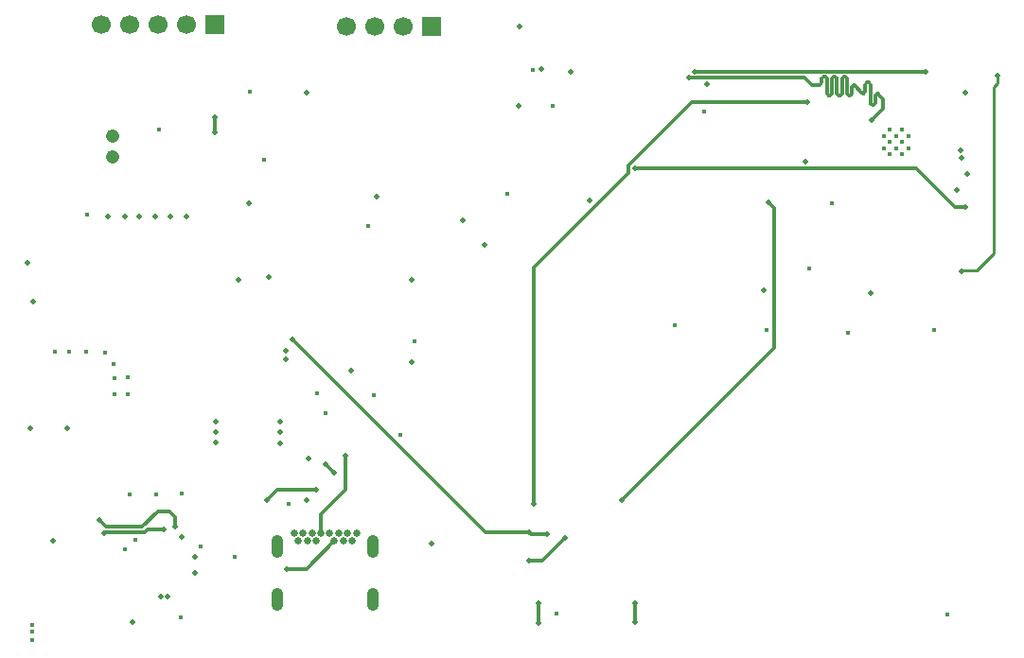
<source format=gbr>
%TF.GenerationSoftware,KiCad,Pcbnew,9.0.4*%
%TF.CreationDate,2025-12-21T22:50:03+05:30*%
%TF.ProjectId,ESP-32 C3 demo project004,4553502d-3332-4204-9333-2064656d6f20,rev?*%
%TF.SameCoordinates,Original*%
%TF.FileFunction,Copper,L4,Bot*%
%TF.FilePolarity,Positive*%
%FSLAX46Y46*%
G04 Gerber Fmt 4.6, Leading zero omitted, Abs format (unit mm)*
G04 Created by KiCad (PCBNEW 9.0.4) date 2025-12-21 22:50:03*
%MOMM*%
%LPD*%
G01*
G04 APERTURE LIST*
%TA.AperFunction,ComponentPad*%
%ADD10O,1.050000X2.100000*%
%TD*%
%TA.AperFunction,ComponentPad*%
%ADD11C,0.650000*%
%TD*%
%TA.AperFunction,ComponentPad*%
%ADD12C,0.400000*%
%TD*%
%TA.AperFunction,ComponentPad*%
%ADD13C,1.208000*%
%TD*%
%TA.AperFunction,ComponentPad*%
%ADD14R,1.700000X1.700000*%
%TD*%
%TA.AperFunction,ComponentPad*%
%ADD15C,1.700000*%
%TD*%
%TA.AperFunction,ViaPad*%
%ADD16C,0.450000*%
%TD*%
%TA.AperFunction,ViaPad*%
%ADD17C,0.500000*%
%TD*%
%TA.AperFunction,Conductor*%
%ADD18C,0.300000*%
%TD*%
%TA.AperFunction,Conductor*%
%ADD19C,0.250000*%
%TD*%
G04 APERTURE END LIST*
D10*
%TO.P,J1,S4,GND/SHIELD*%
%TO.N,GND*%
X175974000Y-96012000D03*
%TO.P,J1,S3,GND/SHIELD*%
X167434000Y-96012000D03*
%TO.P,J1,S2,GND/SHIELD*%
X175974000Y-91282000D03*
%TO.P,J1,S1,GND/SHIELD*%
X167434000Y-91282000D03*
D11*
%TO.P,J1,G2,GND/SHIELD*%
X169704000Y-90132000D03*
%TO.P,J1,G1,GND/SHIELD*%
X173704000Y-90132000D03*
%TO.P,J1,B12,GNDB2*%
X168904000Y-90132000D03*
%TO.P,J1,B11,SSRXP1*%
%TO.N,unconnected-(J1-SSRXP1-PadB11)*%
X169304000Y-90842000D03*
%TO.P,J1,B10,SSRXN1*%
%TO.N,unconnected-(J1-SSRXN1-PadB10)*%
X170104000Y-90842000D03*
%TO.P,J1,B9,VBUSB2*%
%TO.N,/VBUS*%
X170504000Y-90132000D03*
%TO.P,J1,B8,SBU2*%
%TO.N,unconnected-(J1-SBU2-PadB8)*%
X170904000Y-90842000D03*
%TO.P,J1,B7,DN2*%
%TO.N,/USB_DN*%
X171304000Y-90132000D03*
%TO.P,J1,B6,DP2*%
%TO.N,/USB_DP*%
X172104000Y-90132000D03*
%TO.P,J1,B5,CC2*%
%TO.N,Net-(J1-CC2)*%
X172504000Y-90842000D03*
%TO.P,J1,B4,VBUSB1*%
%TO.N,/VBUS*%
X172904000Y-90132000D03*
%TO.P,J1,B3,SSTXN2*%
%TO.N,unconnected-(J1-SSTXN2-PadB3)*%
X173304000Y-90842000D03*
%TO.P,J1,B2,SSTXP2*%
%TO.N,unconnected-(J1-SSTXP2-PadB2)*%
X174104000Y-90842000D03*
%TO.P,J1,B1,GNDB1*%
%TO.N,GND*%
X174504000Y-90132000D03*
%TD*%
D12*
%TO.P,U3,28,GND*%
%TO.N,GND*%
X222210000Y-53990500D03*
%TO.P,U3,29,GND*%
X223310000Y-53990500D03*
%TO.P,U3,30,GND*%
X221660000Y-54540500D03*
%TO.P,U3,31,GND*%
X222760000Y-54540500D03*
%TO.P,U3,32,GND*%
X223860000Y-54540500D03*
%TO.P,U3,33,GND*%
X222210000Y-55090500D03*
%TO.P,U3,34,GND*%
X223310000Y-55090500D03*
%TO.P,U3,35,GND*%
X221660000Y-55640500D03*
%TO.P,U3,36,GND*%
X222760000Y-55640500D03*
%TO.P,U3,37,GND*%
X223860000Y-55640500D03*
%TO.P,U3,38,GND*%
X222210000Y-56190500D03*
%TO.P,U3,39,GND*%
X223310000Y-56190500D03*
%TD*%
D13*
%TO.P,MK1,GND*%
%TO.N,GND*%
X152638000Y-54549000D03*
%TO.P,MK1,OUT*%
%TO.N,Net-(C17-Pad2)*%
X152638000Y-56449000D03*
%TD*%
D14*
%TO.P,J4,1,Pin_1*%
%TO.N,+3.3V*%
X181210000Y-44720000D03*
D15*
%TO.P,J4,2,Pin_2*%
%TO.N,/ESP32-C3-02/SDA*%
X178670000Y-44720000D03*
%TO.P,J4,3,Pin_3*%
%TO.N,/ESP32-C3-02/SCL*%
X176130000Y-44720000D03*
%TO.P,J4,4,Pin_4*%
%TO.N,GND*%
X173590000Y-44720000D03*
%TD*%
D14*
%TO.P,J5,1,Pin_1*%
%TO.N,+3.3V*%
X161840000Y-44580000D03*
D15*
%TO.P,J5,2,Pin_2*%
%TO.N,/ESP32-C3-02/GPIO8*%
X159300000Y-44580000D03*
%TO.P,J5,3,Pin_3*%
%TO.N,/ESP32-C3-02/GPIO18*%
X156760000Y-44580000D03*
%TO.P,J5,4,Pin_4*%
%TO.N,/ESP32-C3-02/GPIO19*%
X154220000Y-44580000D03*
%TO.P,J5,5,Pin_5*%
%TO.N,GND*%
X151680000Y-44580000D03*
%TD*%
D16*
%TO.N,GND*%
X187960000Y-59690000D03*
X166243000Y-56642000D03*
X171701716Y-79359852D03*
X170929000Y-77597000D03*
X176022000Y-77724000D03*
X179705000Y-72898000D03*
X156845000Y-53975000D03*
X226187000Y-71882000D03*
X217043000Y-60569000D03*
X215011000Y-66420500D03*
X205613000Y-52324000D03*
X202946000Y-71501000D03*
X211201000Y-71882000D03*
X218440000Y-72136000D03*
X192405000Y-97340000D03*
X227330000Y-97409000D03*
X190246000Y-48641000D03*
X192024000Y-51816000D03*
X164973000Y-50546000D03*
X175514000Y-62611000D03*
X153797000Y-91567000D03*
X163576000Y-92202000D03*
X168402000Y-87503000D03*
X178435000Y-81280000D03*
X150368000Y-61595000D03*
X158877000Y-86567500D03*
X156591000Y-86637500D03*
X154178000Y-86637500D03*
X158750000Y-97663000D03*
X160528000Y-91313000D03*
X154000000Y-76180000D03*
X154000000Y-77700000D03*
X152810000Y-77700000D03*
X152810000Y-76200000D03*
X152760000Y-74960000D03*
X152019000Y-73914000D03*
X150290000Y-73840000D03*
X148770000Y-73860000D03*
X147470000Y-73840000D03*
X154700000Y-90710000D03*
X145440000Y-99670000D03*
X145450000Y-98970000D03*
X145450000Y-98310000D03*
D17*
%TO.N,/ESP32-C3-02/TX_RX*%
X228201396Y-59418396D03*
%TO.N,/ESP32-C3-02/RX_TX*%
X229108000Y-57912000D03*
X168148000Y-73787000D03*
%TO.N,/ESP32-C3-02/TX_RX*%
X168148000Y-74518000D03*
%TO.N,/ESP32-C3-02/PHOTO_C*%
X228981000Y-50673000D03*
X184023000Y-62103000D03*
%TO.N,Net-(C19-Pad2)*%
X161798000Y-52909000D03*
X161798000Y-54229000D03*
%TO.N,/ESP32-C3-02/GPIO19*%
X228536262Y-55813882D03*
%TO.N,/ESP32-C3-02/GPIO18*%
X228600000Y-56515000D03*
%TO.N,/ESP32-C3-02/GPIO8*%
X214630000Y-56854000D03*
%TO.N,/ESP32-C3-02/EN*%
X190373000Y-87503000D03*
X214817409Y-51501591D03*
%TO.N,/ESP32-C3-02/RTS*%
X168783000Y-72771000D03*
%TO.N,/VBUS*%
X172509535Y-84714535D03*
%TO.N,+3.3V*%
X173990000Y-75565000D03*
X179451000Y-74803000D03*
%TO.N,/ESP32-C3-02/BOOT*%
X211328000Y-60452000D03*
X198247000Y-87122000D03*
%TO.N,/ESP32-C3-02/DTR*%
X193167000Y-90551000D03*
X189900000Y-92583000D03*
%TO.N,/ESP32-C3-02/RTS*%
X191516000Y-90170000D03*
X189950000Y-90043000D03*
%TO.N,/ESP32-C3-02/BOOT*%
X199390000Y-98044000D03*
X199390000Y-96393000D03*
%TO.N,/ESP32-C3-02/EN*%
X190754000Y-98171000D03*
X190754000Y-96393000D03*
%TO.N,Net-(J1-CC1)*%
X170900000Y-86231472D03*
X166497000Y-87122000D03*
%TO.N,Net-(J1-CC2)*%
X168275000Y-93345000D03*
%TO.N,/CHARGING*%
X158877000Y-90424000D03*
X147320000Y-90805000D03*
%TO.N,/CHARGED*%
X157226000Y-89789000D03*
X151927000Y-90124814D03*
%TO.N,/CHARGING_POWER_GOOD*%
X158242258Y-89531183D03*
X151494911Y-88916089D03*
%TO.N,+3.3V*%
X205867000Y-49918000D03*
X220472000Y-68580000D03*
X210947000Y-68326000D03*
X181229000Y-91059000D03*
X185928000Y-64262000D03*
X195326000Y-60325000D03*
X176276000Y-59944000D03*
X193675000Y-48768000D03*
X191008000Y-48514000D03*
X189103000Y-44704000D03*
X188976000Y-51816000D03*
X164846000Y-60579000D03*
X170053000Y-50673000D03*
%TO.N,/USB_DP*%
X170180000Y-83439000D03*
%TO.N,/USB_DN*%
X173482000Y-83185000D03*
%TO.N,/VBUS*%
X170053000Y-87122000D03*
X171704000Y-83947000D03*
%TO.N,+3.3V*%
X179451000Y-67437000D03*
X166624000Y-67183000D03*
X163957000Y-67437000D03*
X145034000Y-65913000D03*
X145542000Y-69342000D03*
%TO.N,/+5V_USB*%
X148590000Y-80720000D03*
X145288000Y-80720000D03*
X160020000Y-93664003D03*
X160020000Y-92263997D03*
X157622003Y-95758000D03*
X156972000Y-95758000D03*
X154432000Y-98044000D03*
%TO.N,/VBUS*%
X167671000Y-82042000D03*
X167671000Y-81026000D03*
X167671000Y-80137000D03*
%TO.N,/ESP32-C3-02/CS*%
X228981000Y-60890500D03*
X199390000Y-57404000D03*
%TO.N,/ESP32-C3-02/CS_SD*%
X228600000Y-66675000D03*
X231809631Y-49114369D03*
%TO.N,/ESP32-C3-02/SDA*%
X220599000Y-53161250D03*
X204203998Y-49318000D03*
%TO.N,/ESP32-C3-02/SCL*%
X225425000Y-48768000D03*
X204724000Y-48768000D03*
%TO.N,+3.3V*%
X152273000Y-61722000D03*
X153797000Y-61722000D03*
X159258000Y-61722000D03*
X157861000Y-61722000D03*
X156464000Y-61722000D03*
X155067000Y-61722000D03*
%TO.N,/+5V_USB*%
X161927000Y-82036000D03*
X161907000Y-81076000D03*
X161897000Y-80146000D03*
%TD*%
D18*
%TO.N,/ESP32-C3-02/CS*%
X228022500Y-60890500D02*
X224536000Y-57404000D01*
X228981000Y-60890500D02*
X228022500Y-60890500D01*
X224536000Y-57404000D02*
X199390000Y-57404000D01*
%TO.N,Net-(C19-Pad2)*%
X161798000Y-54229000D02*
X161798000Y-52909000D01*
%TO.N,/ESP32-C3-02/EN*%
X204513177Y-51501591D02*
X214817409Y-51501591D01*
X190373000Y-66294000D02*
X198839000Y-57828000D01*
X190373000Y-87503000D02*
X190373000Y-66294000D01*
X198839000Y-57175768D02*
X204513177Y-51501591D01*
X198839000Y-57828000D02*
X198839000Y-57175768D01*
%TO.N,/ESP32-C3-02/RTS*%
X186055000Y-90043000D02*
X189950000Y-90043000D01*
X168783000Y-72771000D02*
X186055000Y-90043000D01*
%TO.N,/VBUS*%
X171742000Y-83947000D02*
X172509535Y-84714535D01*
X171704000Y-83947000D02*
X171742000Y-83947000D01*
%TO.N,/ESP32-C3-02/BOOT*%
X211836000Y-60960000D02*
X211328000Y-60452000D01*
X211836000Y-73533000D02*
X211836000Y-60960000D01*
X198247000Y-87122000D02*
X211836000Y-73533000D01*
%TO.N,/ESP32-C3-02/DTR*%
X191135000Y-92583000D02*
X189900000Y-92583000D01*
X193167000Y-90551000D02*
X191135000Y-92583000D01*
%TO.N,/ESP32-C3-02/RTS*%
X191643000Y-90170000D02*
X191516000Y-90170000D01*
X190077000Y-90170000D02*
X191643000Y-90170000D01*
X189950000Y-90043000D02*
X190077000Y-90170000D01*
%TO.N,/ESP32-C3-02/BOOT*%
X199390000Y-98044000D02*
X199390000Y-96393000D01*
%TO.N,/ESP32-C3-02/EN*%
X190754000Y-98171000D02*
X190754000Y-96393000D01*
%TO.N,Net-(J1-CC1)*%
X170900000Y-86231472D02*
X167387528Y-86231472D01*
X167387528Y-86231472D02*
X166497000Y-87122000D01*
%TO.N,Net-(J1-CC2)*%
X170001000Y-93345000D02*
X172504000Y-90842000D01*
X168275000Y-93345000D02*
X170001000Y-93345000D01*
%TO.N,/CHARGED*%
X152027000Y-90024814D02*
X151927000Y-90124814D01*
X155539707Y-90024814D02*
X152027000Y-90024814D01*
X155775521Y-89789000D02*
X155539707Y-90024814D01*
X157226000Y-89789000D02*
X155775521Y-89789000D01*
%TO.N,/CHARGING_POWER_GOOD*%
X158242000Y-89530925D02*
X158242258Y-89531183D01*
X157734000Y-88138000D02*
X158242000Y-88646000D01*
X158242000Y-88646000D02*
X158242000Y-89530925D01*
X156718000Y-88138000D02*
X157734000Y-88138000D01*
X152102636Y-89523814D02*
X155332186Y-89523814D01*
X155332186Y-89523814D02*
X156718000Y-88138000D01*
X151494911Y-88916089D02*
X152102636Y-89523814D01*
%TO.N,/USB_DN*%
X173482000Y-86233000D02*
X173482000Y-83185000D01*
X171323000Y-88392000D02*
X173482000Y-86233000D01*
X171304000Y-90132000D02*
X171304000Y-88411000D01*
X171304000Y-88411000D02*
X171323000Y-88392000D01*
D19*
%TO.N,/ESP32-C3-02/CS_SD*%
X228727000Y-66548000D02*
X228600000Y-66675000D01*
X231521000Y-65024000D02*
X229997000Y-66548000D01*
X231521000Y-50135738D02*
X231521000Y-65024000D01*
X231809631Y-49847107D02*
X231521000Y-50135738D01*
X231809631Y-49114369D02*
X231809631Y-49847107D01*
X229997000Y-66548000D02*
X228727000Y-66548000D01*
D18*
%TO.N,/ESP32-C3-02/SDA*%
X221615000Y-52145250D02*
X220599000Y-53161250D01*
X221615000Y-51228000D02*
X221615000Y-52145250D01*
X221187000Y-50800000D02*
X221615000Y-51228000D01*
X219599125Y-50546000D02*
X219599124Y-50545999D01*
X219837000Y-50783875D02*
X219599125Y-50546000D01*
X219245571Y-50192446D02*
X219599124Y-50545999D01*
X220467000Y-49953875D02*
X220467000Y-50603875D01*
X221097000Y-50783875D02*
X221187000Y-50783875D01*
X220917000Y-51613875D02*
X220917000Y-50963875D01*
X220647000Y-51793875D02*
X220737000Y-51793875D01*
X220467000Y-50963875D02*
X220467000Y-51613875D01*
X220467000Y-50603875D02*
X220467000Y-50963875D01*
X220017000Y-50603875D02*
X220017000Y-49953875D01*
X220197000Y-49773875D02*
X220287000Y-49773875D01*
X220287000Y-49773875D02*
G75*
G02*
X220467025Y-49953875I0J-180025D01*
G01*
X220917000Y-50963875D02*
G75*
G02*
X221097000Y-50783900I180000J-25D01*
G01*
X220737000Y-51793875D02*
G75*
G03*
X220916975Y-51613875I0J179975D01*
G01*
X220467000Y-51613875D02*
G75*
G03*
X220647000Y-51793900I180000J-25D01*
G01*
X220017000Y-49953875D02*
G75*
G02*
X220197000Y-49773900I180000J-25D01*
G01*
X219837000Y-50783875D02*
G75*
G03*
X220016975Y-50603875I0J179975D01*
G01*
X217752500Y-50959375D02*
X217662500Y-50959375D01*
X218652500Y-50959375D02*
X218562500Y-50959375D01*
X217302500Y-49209375D02*
X217212500Y-49209375D01*
X218832500Y-50139375D02*
X218832500Y-50779375D01*
X219245571Y-50192446D02*
X219012500Y-49959375D01*
X216582500Y-50779375D02*
X216582500Y-49959375D01*
X217032500Y-49959375D02*
X217032500Y-50779375D01*
X215862500Y-49959375D02*
X215265000Y-49959375D01*
X217032500Y-49389375D02*
X217032500Y-49959375D01*
X216402500Y-49209375D02*
X216312500Y-49209375D01*
X218202500Y-49209375D02*
X218112500Y-49209375D01*
X216582500Y-49779375D02*
X216582500Y-49389375D01*
X216132500Y-49389375D02*
X216132500Y-49779375D01*
X216582500Y-49959375D02*
X216582500Y-49779375D01*
X214607500Y-49318000D02*
X204203998Y-49318000D01*
X217482500Y-50779375D02*
X217482500Y-49959375D01*
X217932500Y-49389375D02*
X217932500Y-49959375D01*
X218382500Y-49959375D02*
X218382500Y-49389375D01*
X215952500Y-49959375D02*
X215862500Y-49959375D01*
X216852500Y-50959375D02*
X216762500Y-50959375D01*
X217932500Y-49959375D02*
X217932500Y-50779375D01*
X218382500Y-50779375D02*
X218382500Y-50139375D01*
X218382500Y-50139375D02*
X218382500Y-49959375D01*
X217482500Y-49959375D02*
X217482500Y-49389375D01*
X215265000Y-49975500D02*
X214607500Y-49318000D01*
X217482500Y-49389375D02*
G75*
G03*
X217302500Y-49209400I-180000J-25D01*
G01*
X218562500Y-50959375D02*
G75*
G02*
X218382525Y-50779375I0J179975D01*
G01*
X217932500Y-50779375D02*
G75*
G02*
X217752500Y-50959400I-180000J-25D01*
G01*
X216582500Y-49389375D02*
G75*
G03*
X216402500Y-49209400I-180000J-25D01*
G01*
X216132500Y-49779375D02*
G75*
G02*
X215952500Y-49959400I-180000J-25D01*
G01*
X216312500Y-49209375D02*
G75*
G03*
X216132475Y-49389375I0J-180025D01*
G01*
X218832500Y-50779375D02*
G75*
G02*
X218652500Y-50959400I-180000J-25D01*
G01*
X219012500Y-49959375D02*
G75*
G03*
X218832475Y-50139375I0J-180025D01*
G01*
X218382500Y-49389375D02*
G75*
G03*
X218202500Y-49209400I-180000J-25D01*
G01*
X218112500Y-49209375D02*
G75*
G03*
X217932475Y-49389375I0J-180025D01*
G01*
X217032500Y-50779375D02*
G75*
G02*
X216852500Y-50959400I-180000J-25D01*
G01*
X217662500Y-50959375D02*
G75*
G02*
X217482525Y-50779375I0J179975D01*
G01*
X216762500Y-50959375D02*
G75*
G02*
X216582525Y-50779375I0J179975D01*
G01*
X217212500Y-49209375D02*
G75*
G03*
X217032475Y-49389375I0J-180025D01*
G01*
%TO.N,/ESP32-C3-02/SCL*%
X204724000Y-48768000D02*
X225425000Y-48768000D01*
%TD*%
M02*

</source>
